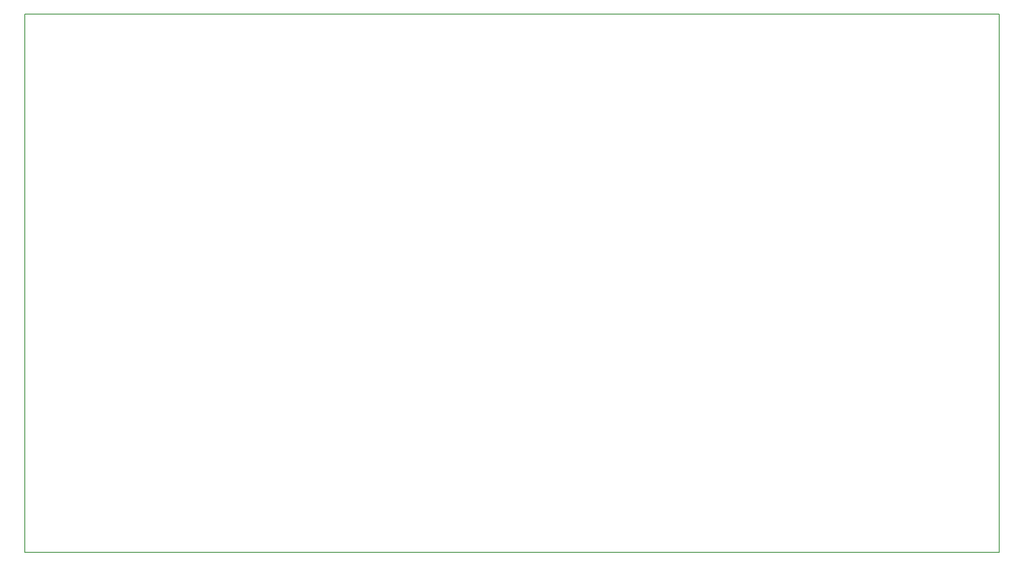
<source format=gko>
G04 #@! TF.FileFunction,Profile,NP*
%FSLAX46Y46*%
G04 Gerber Fmt 4.6, Leading zero omitted, Abs format (unit mm)*
G04 Created by KiCad (PCBNEW 4.0.4-stable) date 02/10/18 20:54:23*
%MOMM*%
%LPD*%
G01*
G04 APERTURE LIST*
%ADD10C,0.100000*%
%ADD11C,0.150000*%
G04 APERTURE END LIST*
D10*
D11*
X43180000Y-142240000D02*
X236220000Y-142240000D01*
X43180000Y-35560000D02*
X43180000Y-142240000D01*
X236220000Y-35560000D02*
X43180000Y-35560000D01*
X236220000Y-142240000D02*
X236220000Y-35560000D01*
M02*

</source>
